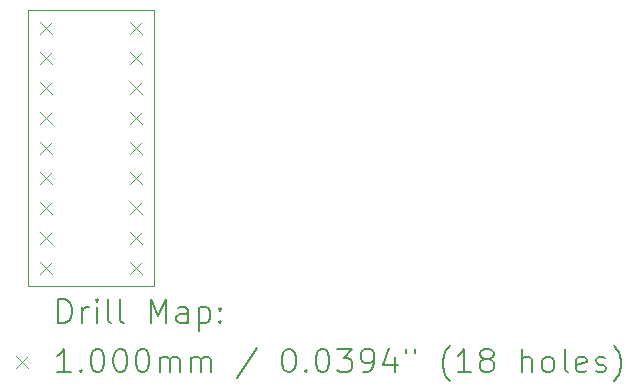
<source format=gbr>
%TF.GenerationSoftware,KiCad,Pcbnew,8.0.4*%
%TF.CreationDate,2024-10-30T15:47:25+01:00*%
%TF.ProjectId,VQFN16-Breakout,5651464e-3136-42d4-9272-65616b6f7574,rev?*%
%TF.SameCoordinates,Original*%
%TF.FileFunction,Drillmap*%
%TF.FilePolarity,Positive*%
%FSLAX45Y45*%
G04 Gerber Fmt 4.5, Leading zero omitted, Abs format (unit mm)*
G04 Created by KiCad (PCBNEW 8.0.4) date 2024-10-30 15:47:25*
%MOMM*%
%LPD*%
G01*
G04 APERTURE LIST*
%ADD10C,0.050000*%
%ADD11C,0.200000*%
%ADD12C,0.100000*%
G04 APERTURE END LIST*
D10*
X11531600Y-6197600D02*
X12598400Y-6197600D01*
X12598400Y-8534400D01*
X11531600Y-8534400D01*
X11531600Y-6197600D01*
D11*
D12*
X11634000Y-6301000D02*
X11734000Y-6401000D01*
X11734000Y-6301000D02*
X11634000Y-6401000D01*
X11634000Y-6555000D02*
X11734000Y-6655000D01*
X11734000Y-6555000D02*
X11634000Y-6655000D01*
X11634000Y-6809000D02*
X11734000Y-6909000D01*
X11734000Y-6809000D02*
X11634000Y-6909000D01*
X11634000Y-7063000D02*
X11734000Y-7163000D01*
X11734000Y-7063000D02*
X11634000Y-7163000D01*
X11634000Y-7317000D02*
X11734000Y-7417000D01*
X11734000Y-7317000D02*
X11634000Y-7417000D01*
X11634000Y-7571000D02*
X11734000Y-7671000D01*
X11734000Y-7571000D02*
X11634000Y-7671000D01*
X11634000Y-7825000D02*
X11734000Y-7925000D01*
X11734000Y-7825000D02*
X11634000Y-7925000D01*
X11634000Y-8079000D02*
X11734000Y-8179000D01*
X11734000Y-8079000D02*
X11634000Y-8179000D01*
X11634000Y-8333000D02*
X11734000Y-8433000D01*
X11734000Y-8333000D02*
X11634000Y-8433000D01*
X12396000Y-6300000D02*
X12496000Y-6400000D01*
X12496000Y-6300000D02*
X12396000Y-6400000D01*
X12396000Y-6554000D02*
X12496000Y-6654000D01*
X12496000Y-6554000D02*
X12396000Y-6654000D01*
X12396000Y-6808000D02*
X12496000Y-6908000D01*
X12496000Y-6808000D02*
X12396000Y-6908000D01*
X12396000Y-7062000D02*
X12496000Y-7162000D01*
X12496000Y-7062000D02*
X12396000Y-7162000D01*
X12396000Y-7316000D02*
X12496000Y-7416000D01*
X12496000Y-7316000D02*
X12396000Y-7416000D01*
X12396000Y-7570000D02*
X12496000Y-7670000D01*
X12496000Y-7570000D02*
X12396000Y-7670000D01*
X12396000Y-7824000D02*
X12496000Y-7924000D01*
X12496000Y-7824000D02*
X12396000Y-7924000D01*
X12396000Y-8078000D02*
X12496000Y-8178000D01*
X12496000Y-8078000D02*
X12396000Y-8178000D01*
X12396000Y-8332000D02*
X12496000Y-8432000D01*
X12496000Y-8332000D02*
X12396000Y-8432000D01*
D11*
X11789877Y-8848384D02*
X11789877Y-8648384D01*
X11789877Y-8648384D02*
X11837496Y-8648384D01*
X11837496Y-8648384D02*
X11866067Y-8657908D01*
X11866067Y-8657908D02*
X11885115Y-8676955D01*
X11885115Y-8676955D02*
X11894639Y-8696003D01*
X11894639Y-8696003D02*
X11904162Y-8734098D01*
X11904162Y-8734098D02*
X11904162Y-8762670D01*
X11904162Y-8762670D02*
X11894639Y-8800765D01*
X11894639Y-8800765D02*
X11885115Y-8819812D01*
X11885115Y-8819812D02*
X11866067Y-8838860D01*
X11866067Y-8838860D02*
X11837496Y-8848384D01*
X11837496Y-8848384D02*
X11789877Y-8848384D01*
X11989877Y-8848384D02*
X11989877Y-8715050D01*
X11989877Y-8753146D02*
X11999401Y-8734098D01*
X11999401Y-8734098D02*
X12008924Y-8724574D01*
X12008924Y-8724574D02*
X12027972Y-8715050D01*
X12027972Y-8715050D02*
X12047020Y-8715050D01*
X12113686Y-8848384D02*
X12113686Y-8715050D01*
X12113686Y-8648384D02*
X12104162Y-8657908D01*
X12104162Y-8657908D02*
X12113686Y-8667431D01*
X12113686Y-8667431D02*
X12123210Y-8657908D01*
X12123210Y-8657908D02*
X12113686Y-8648384D01*
X12113686Y-8648384D02*
X12113686Y-8667431D01*
X12237496Y-8848384D02*
X12218448Y-8838860D01*
X12218448Y-8838860D02*
X12208924Y-8819812D01*
X12208924Y-8819812D02*
X12208924Y-8648384D01*
X12342258Y-8848384D02*
X12323210Y-8838860D01*
X12323210Y-8838860D02*
X12313686Y-8819812D01*
X12313686Y-8819812D02*
X12313686Y-8648384D01*
X12570829Y-8848384D02*
X12570829Y-8648384D01*
X12570829Y-8648384D02*
X12637496Y-8791241D01*
X12637496Y-8791241D02*
X12704162Y-8648384D01*
X12704162Y-8648384D02*
X12704162Y-8848384D01*
X12885115Y-8848384D02*
X12885115Y-8743622D01*
X12885115Y-8743622D02*
X12875591Y-8724574D01*
X12875591Y-8724574D02*
X12856543Y-8715050D01*
X12856543Y-8715050D02*
X12818448Y-8715050D01*
X12818448Y-8715050D02*
X12799401Y-8724574D01*
X12885115Y-8838860D02*
X12866067Y-8848384D01*
X12866067Y-8848384D02*
X12818448Y-8848384D01*
X12818448Y-8848384D02*
X12799401Y-8838860D01*
X12799401Y-8838860D02*
X12789877Y-8819812D01*
X12789877Y-8819812D02*
X12789877Y-8800765D01*
X12789877Y-8800765D02*
X12799401Y-8781717D01*
X12799401Y-8781717D02*
X12818448Y-8772193D01*
X12818448Y-8772193D02*
X12866067Y-8772193D01*
X12866067Y-8772193D02*
X12885115Y-8762670D01*
X12980353Y-8715050D02*
X12980353Y-8915050D01*
X12980353Y-8724574D02*
X12999401Y-8715050D01*
X12999401Y-8715050D02*
X13037496Y-8715050D01*
X13037496Y-8715050D02*
X13056543Y-8724574D01*
X13056543Y-8724574D02*
X13066067Y-8734098D01*
X13066067Y-8734098D02*
X13075591Y-8753146D01*
X13075591Y-8753146D02*
X13075591Y-8810289D01*
X13075591Y-8810289D02*
X13066067Y-8829336D01*
X13066067Y-8829336D02*
X13056543Y-8838860D01*
X13056543Y-8838860D02*
X13037496Y-8848384D01*
X13037496Y-8848384D02*
X12999401Y-8848384D01*
X12999401Y-8848384D02*
X12980353Y-8838860D01*
X13161305Y-8829336D02*
X13170829Y-8838860D01*
X13170829Y-8838860D02*
X13161305Y-8848384D01*
X13161305Y-8848384D02*
X13151782Y-8838860D01*
X13151782Y-8838860D02*
X13161305Y-8829336D01*
X13161305Y-8829336D02*
X13161305Y-8848384D01*
X13161305Y-8724574D02*
X13170829Y-8734098D01*
X13170829Y-8734098D02*
X13161305Y-8743622D01*
X13161305Y-8743622D02*
X13151782Y-8734098D01*
X13151782Y-8734098D02*
X13161305Y-8724574D01*
X13161305Y-8724574D02*
X13161305Y-8743622D01*
D12*
X11429100Y-9126900D02*
X11529100Y-9226900D01*
X11529100Y-9126900D02*
X11429100Y-9226900D01*
D11*
X11894639Y-9268384D02*
X11780353Y-9268384D01*
X11837496Y-9268384D02*
X11837496Y-9068384D01*
X11837496Y-9068384D02*
X11818448Y-9096955D01*
X11818448Y-9096955D02*
X11799401Y-9116003D01*
X11799401Y-9116003D02*
X11780353Y-9125527D01*
X11980353Y-9249336D02*
X11989877Y-9258860D01*
X11989877Y-9258860D02*
X11980353Y-9268384D01*
X11980353Y-9268384D02*
X11970829Y-9258860D01*
X11970829Y-9258860D02*
X11980353Y-9249336D01*
X11980353Y-9249336D02*
X11980353Y-9268384D01*
X12113686Y-9068384D02*
X12132734Y-9068384D01*
X12132734Y-9068384D02*
X12151782Y-9077908D01*
X12151782Y-9077908D02*
X12161305Y-9087431D01*
X12161305Y-9087431D02*
X12170829Y-9106479D01*
X12170829Y-9106479D02*
X12180353Y-9144574D01*
X12180353Y-9144574D02*
X12180353Y-9192193D01*
X12180353Y-9192193D02*
X12170829Y-9230289D01*
X12170829Y-9230289D02*
X12161305Y-9249336D01*
X12161305Y-9249336D02*
X12151782Y-9258860D01*
X12151782Y-9258860D02*
X12132734Y-9268384D01*
X12132734Y-9268384D02*
X12113686Y-9268384D01*
X12113686Y-9268384D02*
X12094639Y-9258860D01*
X12094639Y-9258860D02*
X12085115Y-9249336D01*
X12085115Y-9249336D02*
X12075591Y-9230289D01*
X12075591Y-9230289D02*
X12066067Y-9192193D01*
X12066067Y-9192193D02*
X12066067Y-9144574D01*
X12066067Y-9144574D02*
X12075591Y-9106479D01*
X12075591Y-9106479D02*
X12085115Y-9087431D01*
X12085115Y-9087431D02*
X12094639Y-9077908D01*
X12094639Y-9077908D02*
X12113686Y-9068384D01*
X12304162Y-9068384D02*
X12323210Y-9068384D01*
X12323210Y-9068384D02*
X12342258Y-9077908D01*
X12342258Y-9077908D02*
X12351782Y-9087431D01*
X12351782Y-9087431D02*
X12361305Y-9106479D01*
X12361305Y-9106479D02*
X12370829Y-9144574D01*
X12370829Y-9144574D02*
X12370829Y-9192193D01*
X12370829Y-9192193D02*
X12361305Y-9230289D01*
X12361305Y-9230289D02*
X12351782Y-9249336D01*
X12351782Y-9249336D02*
X12342258Y-9258860D01*
X12342258Y-9258860D02*
X12323210Y-9268384D01*
X12323210Y-9268384D02*
X12304162Y-9268384D01*
X12304162Y-9268384D02*
X12285115Y-9258860D01*
X12285115Y-9258860D02*
X12275591Y-9249336D01*
X12275591Y-9249336D02*
X12266067Y-9230289D01*
X12266067Y-9230289D02*
X12256543Y-9192193D01*
X12256543Y-9192193D02*
X12256543Y-9144574D01*
X12256543Y-9144574D02*
X12266067Y-9106479D01*
X12266067Y-9106479D02*
X12275591Y-9087431D01*
X12275591Y-9087431D02*
X12285115Y-9077908D01*
X12285115Y-9077908D02*
X12304162Y-9068384D01*
X12494639Y-9068384D02*
X12513686Y-9068384D01*
X12513686Y-9068384D02*
X12532734Y-9077908D01*
X12532734Y-9077908D02*
X12542258Y-9087431D01*
X12542258Y-9087431D02*
X12551782Y-9106479D01*
X12551782Y-9106479D02*
X12561305Y-9144574D01*
X12561305Y-9144574D02*
X12561305Y-9192193D01*
X12561305Y-9192193D02*
X12551782Y-9230289D01*
X12551782Y-9230289D02*
X12542258Y-9249336D01*
X12542258Y-9249336D02*
X12532734Y-9258860D01*
X12532734Y-9258860D02*
X12513686Y-9268384D01*
X12513686Y-9268384D02*
X12494639Y-9268384D01*
X12494639Y-9268384D02*
X12475591Y-9258860D01*
X12475591Y-9258860D02*
X12466067Y-9249336D01*
X12466067Y-9249336D02*
X12456543Y-9230289D01*
X12456543Y-9230289D02*
X12447020Y-9192193D01*
X12447020Y-9192193D02*
X12447020Y-9144574D01*
X12447020Y-9144574D02*
X12456543Y-9106479D01*
X12456543Y-9106479D02*
X12466067Y-9087431D01*
X12466067Y-9087431D02*
X12475591Y-9077908D01*
X12475591Y-9077908D02*
X12494639Y-9068384D01*
X12647020Y-9268384D02*
X12647020Y-9135050D01*
X12647020Y-9154098D02*
X12656543Y-9144574D01*
X12656543Y-9144574D02*
X12675591Y-9135050D01*
X12675591Y-9135050D02*
X12704163Y-9135050D01*
X12704163Y-9135050D02*
X12723210Y-9144574D01*
X12723210Y-9144574D02*
X12732734Y-9163622D01*
X12732734Y-9163622D02*
X12732734Y-9268384D01*
X12732734Y-9163622D02*
X12742258Y-9144574D01*
X12742258Y-9144574D02*
X12761305Y-9135050D01*
X12761305Y-9135050D02*
X12789877Y-9135050D01*
X12789877Y-9135050D02*
X12808924Y-9144574D01*
X12808924Y-9144574D02*
X12818448Y-9163622D01*
X12818448Y-9163622D02*
X12818448Y-9268384D01*
X12913686Y-9268384D02*
X12913686Y-9135050D01*
X12913686Y-9154098D02*
X12923210Y-9144574D01*
X12923210Y-9144574D02*
X12942258Y-9135050D01*
X12942258Y-9135050D02*
X12970829Y-9135050D01*
X12970829Y-9135050D02*
X12989877Y-9144574D01*
X12989877Y-9144574D02*
X12999401Y-9163622D01*
X12999401Y-9163622D02*
X12999401Y-9268384D01*
X12999401Y-9163622D02*
X13008924Y-9144574D01*
X13008924Y-9144574D02*
X13027972Y-9135050D01*
X13027972Y-9135050D02*
X13056543Y-9135050D01*
X13056543Y-9135050D02*
X13075591Y-9144574D01*
X13075591Y-9144574D02*
X13085115Y-9163622D01*
X13085115Y-9163622D02*
X13085115Y-9268384D01*
X13475591Y-9058860D02*
X13304163Y-9316003D01*
X13732734Y-9068384D02*
X13751782Y-9068384D01*
X13751782Y-9068384D02*
X13770829Y-9077908D01*
X13770829Y-9077908D02*
X13780353Y-9087431D01*
X13780353Y-9087431D02*
X13789877Y-9106479D01*
X13789877Y-9106479D02*
X13799401Y-9144574D01*
X13799401Y-9144574D02*
X13799401Y-9192193D01*
X13799401Y-9192193D02*
X13789877Y-9230289D01*
X13789877Y-9230289D02*
X13780353Y-9249336D01*
X13780353Y-9249336D02*
X13770829Y-9258860D01*
X13770829Y-9258860D02*
X13751782Y-9268384D01*
X13751782Y-9268384D02*
X13732734Y-9268384D01*
X13732734Y-9268384D02*
X13713686Y-9258860D01*
X13713686Y-9258860D02*
X13704163Y-9249336D01*
X13704163Y-9249336D02*
X13694639Y-9230289D01*
X13694639Y-9230289D02*
X13685115Y-9192193D01*
X13685115Y-9192193D02*
X13685115Y-9144574D01*
X13685115Y-9144574D02*
X13694639Y-9106479D01*
X13694639Y-9106479D02*
X13704163Y-9087431D01*
X13704163Y-9087431D02*
X13713686Y-9077908D01*
X13713686Y-9077908D02*
X13732734Y-9068384D01*
X13885115Y-9249336D02*
X13894639Y-9258860D01*
X13894639Y-9258860D02*
X13885115Y-9268384D01*
X13885115Y-9268384D02*
X13875591Y-9258860D01*
X13875591Y-9258860D02*
X13885115Y-9249336D01*
X13885115Y-9249336D02*
X13885115Y-9268384D01*
X14018448Y-9068384D02*
X14037496Y-9068384D01*
X14037496Y-9068384D02*
X14056544Y-9077908D01*
X14056544Y-9077908D02*
X14066067Y-9087431D01*
X14066067Y-9087431D02*
X14075591Y-9106479D01*
X14075591Y-9106479D02*
X14085115Y-9144574D01*
X14085115Y-9144574D02*
X14085115Y-9192193D01*
X14085115Y-9192193D02*
X14075591Y-9230289D01*
X14075591Y-9230289D02*
X14066067Y-9249336D01*
X14066067Y-9249336D02*
X14056544Y-9258860D01*
X14056544Y-9258860D02*
X14037496Y-9268384D01*
X14037496Y-9268384D02*
X14018448Y-9268384D01*
X14018448Y-9268384D02*
X13999401Y-9258860D01*
X13999401Y-9258860D02*
X13989877Y-9249336D01*
X13989877Y-9249336D02*
X13980353Y-9230289D01*
X13980353Y-9230289D02*
X13970829Y-9192193D01*
X13970829Y-9192193D02*
X13970829Y-9144574D01*
X13970829Y-9144574D02*
X13980353Y-9106479D01*
X13980353Y-9106479D02*
X13989877Y-9087431D01*
X13989877Y-9087431D02*
X13999401Y-9077908D01*
X13999401Y-9077908D02*
X14018448Y-9068384D01*
X14151782Y-9068384D02*
X14275591Y-9068384D01*
X14275591Y-9068384D02*
X14208925Y-9144574D01*
X14208925Y-9144574D02*
X14237496Y-9144574D01*
X14237496Y-9144574D02*
X14256544Y-9154098D01*
X14256544Y-9154098D02*
X14266067Y-9163622D01*
X14266067Y-9163622D02*
X14275591Y-9182670D01*
X14275591Y-9182670D02*
X14275591Y-9230289D01*
X14275591Y-9230289D02*
X14266067Y-9249336D01*
X14266067Y-9249336D02*
X14256544Y-9258860D01*
X14256544Y-9258860D02*
X14237496Y-9268384D01*
X14237496Y-9268384D02*
X14180353Y-9268384D01*
X14180353Y-9268384D02*
X14161306Y-9258860D01*
X14161306Y-9258860D02*
X14151782Y-9249336D01*
X14370829Y-9268384D02*
X14408925Y-9268384D01*
X14408925Y-9268384D02*
X14427972Y-9258860D01*
X14427972Y-9258860D02*
X14437496Y-9249336D01*
X14437496Y-9249336D02*
X14456544Y-9220765D01*
X14456544Y-9220765D02*
X14466067Y-9182670D01*
X14466067Y-9182670D02*
X14466067Y-9106479D01*
X14466067Y-9106479D02*
X14456544Y-9087431D01*
X14456544Y-9087431D02*
X14447020Y-9077908D01*
X14447020Y-9077908D02*
X14427972Y-9068384D01*
X14427972Y-9068384D02*
X14389877Y-9068384D01*
X14389877Y-9068384D02*
X14370829Y-9077908D01*
X14370829Y-9077908D02*
X14361306Y-9087431D01*
X14361306Y-9087431D02*
X14351782Y-9106479D01*
X14351782Y-9106479D02*
X14351782Y-9154098D01*
X14351782Y-9154098D02*
X14361306Y-9173146D01*
X14361306Y-9173146D02*
X14370829Y-9182670D01*
X14370829Y-9182670D02*
X14389877Y-9192193D01*
X14389877Y-9192193D02*
X14427972Y-9192193D01*
X14427972Y-9192193D02*
X14447020Y-9182670D01*
X14447020Y-9182670D02*
X14456544Y-9173146D01*
X14456544Y-9173146D02*
X14466067Y-9154098D01*
X14637496Y-9135050D02*
X14637496Y-9268384D01*
X14589877Y-9058860D02*
X14542258Y-9201717D01*
X14542258Y-9201717D02*
X14666067Y-9201717D01*
X14732734Y-9068384D02*
X14732734Y-9106479D01*
X14808925Y-9068384D02*
X14808925Y-9106479D01*
X15104163Y-9344574D02*
X15094639Y-9335050D01*
X15094639Y-9335050D02*
X15075591Y-9306479D01*
X15075591Y-9306479D02*
X15066068Y-9287431D01*
X15066068Y-9287431D02*
X15056544Y-9258860D01*
X15056544Y-9258860D02*
X15047020Y-9211241D01*
X15047020Y-9211241D02*
X15047020Y-9173146D01*
X15047020Y-9173146D02*
X15056544Y-9125527D01*
X15056544Y-9125527D02*
X15066068Y-9096955D01*
X15066068Y-9096955D02*
X15075591Y-9077908D01*
X15075591Y-9077908D02*
X15094639Y-9049336D01*
X15094639Y-9049336D02*
X15104163Y-9039812D01*
X15285115Y-9268384D02*
X15170829Y-9268384D01*
X15227972Y-9268384D02*
X15227972Y-9068384D01*
X15227972Y-9068384D02*
X15208925Y-9096955D01*
X15208925Y-9096955D02*
X15189877Y-9116003D01*
X15189877Y-9116003D02*
X15170829Y-9125527D01*
X15399401Y-9154098D02*
X15380353Y-9144574D01*
X15380353Y-9144574D02*
X15370829Y-9135050D01*
X15370829Y-9135050D02*
X15361306Y-9116003D01*
X15361306Y-9116003D02*
X15361306Y-9106479D01*
X15361306Y-9106479D02*
X15370829Y-9087431D01*
X15370829Y-9087431D02*
X15380353Y-9077908D01*
X15380353Y-9077908D02*
X15399401Y-9068384D01*
X15399401Y-9068384D02*
X15437496Y-9068384D01*
X15437496Y-9068384D02*
X15456544Y-9077908D01*
X15456544Y-9077908D02*
X15466068Y-9087431D01*
X15466068Y-9087431D02*
X15475591Y-9106479D01*
X15475591Y-9106479D02*
X15475591Y-9116003D01*
X15475591Y-9116003D02*
X15466068Y-9135050D01*
X15466068Y-9135050D02*
X15456544Y-9144574D01*
X15456544Y-9144574D02*
X15437496Y-9154098D01*
X15437496Y-9154098D02*
X15399401Y-9154098D01*
X15399401Y-9154098D02*
X15380353Y-9163622D01*
X15380353Y-9163622D02*
X15370829Y-9173146D01*
X15370829Y-9173146D02*
X15361306Y-9192193D01*
X15361306Y-9192193D02*
X15361306Y-9230289D01*
X15361306Y-9230289D02*
X15370829Y-9249336D01*
X15370829Y-9249336D02*
X15380353Y-9258860D01*
X15380353Y-9258860D02*
X15399401Y-9268384D01*
X15399401Y-9268384D02*
X15437496Y-9268384D01*
X15437496Y-9268384D02*
X15456544Y-9258860D01*
X15456544Y-9258860D02*
X15466068Y-9249336D01*
X15466068Y-9249336D02*
X15475591Y-9230289D01*
X15475591Y-9230289D02*
X15475591Y-9192193D01*
X15475591Y-9192193D02*
X15466068Y-9173146D01*
X15466068Y-9173146D02*
X15456544Y-9163622D01*
X15456544Y-9163622D02*
X15437496Y-9154098D01*
X15713687Y-9268384D02*
X15713687Y-9068384D01*
X15799401Y-9268384D02*
X15799401Y-9163622D01*
X15799401Y-9163622D02*
X15789877Y-9144574D01*
X15789877Y-9144574D02*
X15770830Y-9135050D01*
X15770830Y-9135050D02*
X15742258Y-9135050D01*
X15742258Y-9135050D02*
X15723210Y-9144574D01*
X15723210Y-9144574D02*
X15713687Y-9154098D01*
X15923210Y-9268384D02*
X15904163Y-9258860D01*
X15904163Y-9258860D02*
X15894639Y-9249336D01*
X15894639Y-9249336D02*
X15885115Y-9230289D01*
X15885115Y-9230289D02*
X15885115Y-9173146D01*
X15885115Y-9173146D02*
X15894639Y-9154098D01*
X15894639Y-9154098D02*
X15904163Y-9144574D01*
X15904163Y-9144574D02*
X15923210Y-9135050D01*
X15923210Y-9135050D02*
X15951782Y-9135050D01*
X15951782Y-9135050D02*
X15970830Y-9144574D01*
X15970830Y-9144574D02*
X15980353Y-9154098D01*
X15980353Y-9154098D02*
X15989877Y-9173146D01*
X15989877Y-9173146D02*
X15989877Y-9230289D01*
X15989877Y-9230289D02*
X15980353Y-9249336D01*
X15980353Y-9249336D02*
X15970830Y-9258860D01*
X15970830Y-9258860D02*
X15951782Y-9268384D01*
X15951782Y-9268384D02*
X15923210Y-9268384D01*
X16104163Y-9268384D02*
X16085115Y-9258860D01*
X16085115Y-9258860D02*
X16075591Y-9239812D01*
X16075591Y-9239812D02*
X16075591Y-9068384D01*
X16256544Y-9258860D02*
X16237496Y-9268384D01*
X16237496Y-9268384D02*
X16199401Y-9268384D01*
X16199401Y-9268384D02*
X16180353Y-9258860D01*
X16180353Y-9258860D02*
X16170830Y-9239812D01*
X16170830Y-9239812D02*
X16170830Y-9163622D01*
X16170830Y-9163622D02*
X16180353Y-9144574D01*
X16180353Y-9144574D02*
X16199401Y-9135050D01*
X16199401Y-9135050D02*
X16237496Y-9135050D01*
X16237496Y-9135050D02*
X16256544Y-9144574D01*
X16256544Y-9144574D02*
X16266068Y-9163622D01*
X16266068Y-9163622D02*
X16266068Y-9182670D01*
X16266068Y-9182670D02*
X16170830Y-9201717D01*
X16342258Y-9258860D02*
X16361306Y-9268384D01*
X16361306Y-9268384D02*
X16399401Y-9268384D01*
X16399401Y-9268384D02*
X16418449Y-9258860D01*
X16418449Y-9258860D02*
X16427972Y-9239812D01*
X16427972Y-9239812D02*
X16427972Y-9230289D01*
X16427972Y-9230289D02*
X16418449Y-9211241D01*
X16418449Y-9211241D02*
X16399401Y-9201717D01*
X16399401Y-9201717D02*
X16370830Y-9201717D01*
X16370830Y-9201717D02*
X16351782Y-9192193D01*
X16351782Y-9192193D02*
X16342258Y-9173146D01*
X16342258Y-9173146D02*
X16342258Y-9163622D01*
X16342258Y-9163622D02*
X16351782Y-9144574D01*
X16351782Y-9144574D02*
X16370830Y-9135050D01*
X16370830Y-9135050D02*
X16399401Y-9135050D01*
X16399401Y-9135050D02*
X16418449Y-9144574D01*
X16494639Y-9344574D02*
X16504163Y-9335050D01*
X16504163Y-9335050D02*
X16523211Y-9306479D01*
X16523211Y-9306479D02*
X16532734Y-9287431D01*
X16532734Y-9287431D02*
X16542258Y-9258860D01*
X16542258Y-9258860D02*
X16551782Y-9211241D01*
X16551782Y-9211241D02*
X16551782Y-9173146D01*
X16551782Y-9173146D02*
X16542258Y-9125527D01*
X16542258Y-9125527D02*
X16532734Y-9096955D01*
X16532734Y-9096955D02*
X16523211Y-9077908D01*
X16523211Y-9077908D02*
X16504163Y-9049336D01*
X16504163Y-9049336D02*
X16494639Y-9039812D01*
M02*

</source>
